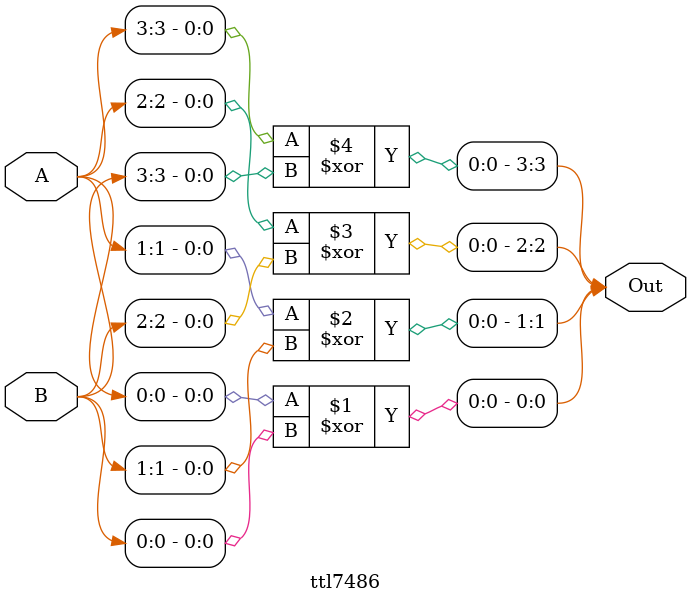
<source format=v>
module ttl7486(Out, A, B);
    output [3:0] Out;
    input [3:0] A;
    input [3:0] B;

    // ON 74LS86, simplified assumptions
    xor #(0:20:30) (Out[0], A[0], B[0]);
    xor #(0:20:30) (Out[1], A[1], B[1]);
    xor #(0:20:30) (Out[2], A[2], B[2]);
    xor #(0:20:30) (Out[3], A[3], B[3]);
endmodule

</source>
